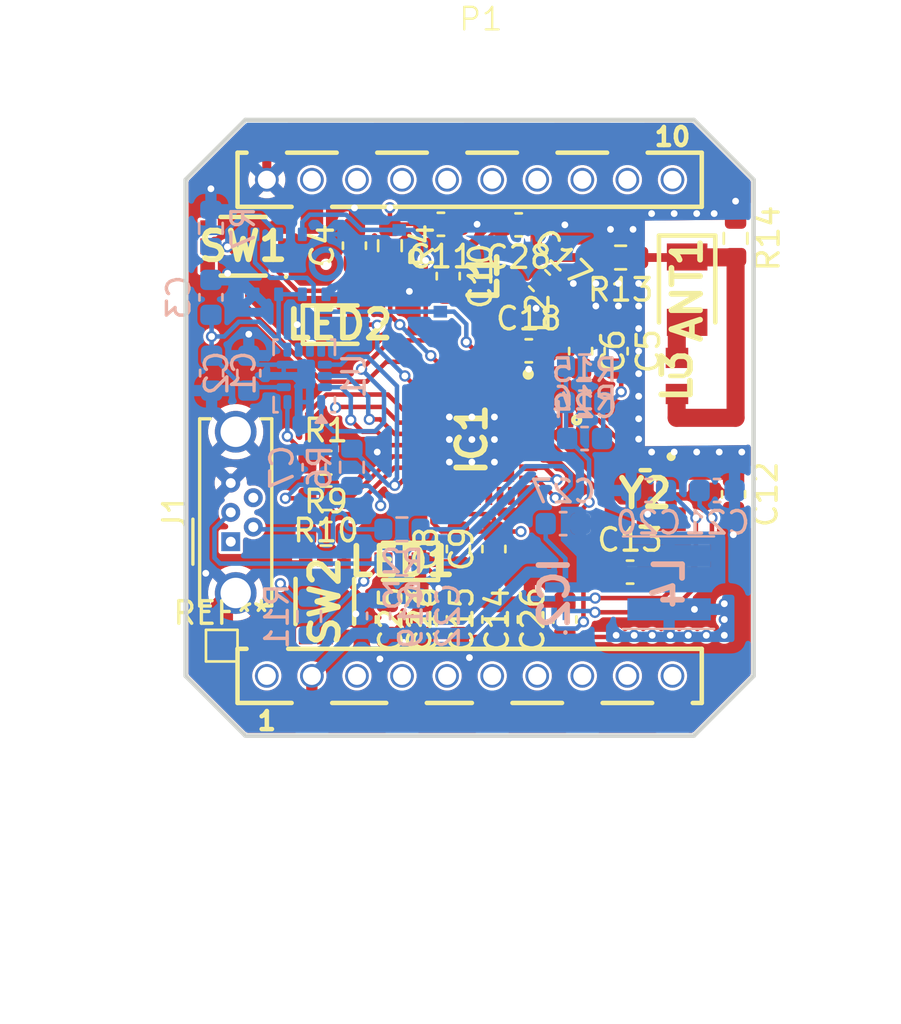
<source format=kicad_pcb>
(kicad_pcb (version 20241229) (generator "pcbnew") (generator_version "9.0")
  (layers (0 "F.Cu" signal) (4 "In1.Cu" power) (6 "In2.Cu" power) (2 "B.Cu" signal) (13 "F.Paste" user) (15 "B.Paste" user) (5 "F.SilkS" user "F.Silkscreen") (7 "B.SilkS" user "B.Silkscreen") (1 "F.Mask" user) (3 "B.Mask" user) (25 "Edge.Cuts" user))
  (net 0 "")
  (net 1 "Net-(ANT1-NC)")
  (net 2 "Net-(ANT1-FEED)")
  (net 3 "/BOOT")
  (net 4 "+3V3")
  (net 5 "/RESET")
  (net 6 "/xtal_1")
  (net 7 "/xtal_2")
  (net 8 "Net-(C17-Pad1)")
  (net 9 "/antenna")
  (net 10 "+BATT")
  (net 11 "Net-(IC2-FB)")
  (net 12 "Net-(IC2-SW)")
  (net 13 "Net-(IC2-BST)")
  (net 14 "/USB_D-")
  (net 15 "/LED_G")
  (net 16 "/USB_D+")
  (net 17 "/SDA")
  (net 18 "/CS")
  (net 19 "/SCK")
  (net 20 "/int1")
  (net 21 "Net-(IC1-XTAL_P)")
  (net 24 "/SCL")
  (net 25 "Net-(IC1-GPIO8)")
  (net 26 "/DO")
  (net 29 "/WS")
  (net 30 "/SD")
  (net 41 "Net-(LED1-A)")
  (net 45 "GND")
  (net 71 "Net-(IC1-VDD3P3_1)")
  (net 72 "Net-(J1-Pad2)")
  (net 73 "Net-(J1-Pad3)")
  (net 74 "Net-(IC2-SS)")
  (net 75 "Net-(IC2-VCC)")
  (footprint "744786012A:INDC1608X95N" (layer "F.Cu") (at 141.2 69.2 -90)
    (property "Reference" "L3")
    (property "Value" "1n2" (hide yes))
  )
  (footprint "Resistor_SMD:R_0603_1608Metric" (layer "F.Cu") (at 128.4625 63.425 -90)
    (property "Reference" "R4")
    (property "Value" "10k")
  )
  (footprint "435151014824:435151014824" (layer "F.Cu") (at 125.575 79.2 -90)
    (property "Reference" "SW2")
    (property "Value" "SW_Push" (hide yes))
  )
  (footprint "Connector_USB:USB_Micro-B_Wuerth_614105150721_Vertical_CircularHoles" (layer "F.Cu") (at 121.4 76.55 90)
    (property "Reference" "J1")
    (property "Value" "USB_Micro-B_Wuerth_614105150721_Vertical_CircularHoles")
  )
  (footprint "MHQ1005P24NGTD25:MHQ1005" (layer "F.Cu") (at 136 71.15 180)
    (property "Reference" "R5" (hide yes))
    (property "Value" "24nH" (hide yes))
  )
  (footprint "Resistor_SMD:R_0603_1608Metric" (layer "F.Cu") (at 125.625 73.05)
    (property "Reference" "R1")
    (property "Value" "10k")
  )
  (footprint "435151014824:435151014824" (layer "F.Cu") (at 121.95 63.45 180)
    (property "Reference" "SW1")
    (property "Value" "SW_Push" (hide yes))
  )
  (footprint "Resistor_SMD:R_0603_1608Metric" (layer "F.Cu") (at 143.8 63.1 -90)
    (property "Reference" "R14")
    (property "Value" "0R")
  )
  (footprint "Capacitor_SMD:C_0603_1608Metric" (layer "F.Cu") (at 133.075 80 90)
    (property "Reference" "C15")
    (property "Value" "22u")
  )
  (footprint "744786012A:INDC1608X95N" (layer "F.Cu") (at 132.625 64.8 -90)
    (property "Reference" "L1")
    (property "Value" "2n" (hide yes))
  )
  (footprint "Resistor_SMD:R_0603_1608Metric" (layer "F.Cu") (at 138.7 63.95 180)
    (property "Reference" "R13")
    (property "Value" "0R")
  )
  (footprint "Capacitor_SMD:C_0603_1608Metric" (layer "F.Cu") (at 136.925 68.1 -90)
    (property "Reference" "C6")
    (property "Value" "1u")
  )
  (footprint "Capacitor_SMD:C_0603_1608Metric" (layer "F.Cu") (at 143.71 74.45 -90)
    (property "Reference" "C12")
    (property "Value" "TBD")
  )
  (footprint "Capacitor_SMD:C_0603_1608Metric" (layer "F.Cu") (at 126.8875 63.425 90)
    (property "Reference" "C4")
    (property "Value" "100n")
  )
  (footprint "Capacitor_SMD:C_0603_1608Metric" (layer "F.Cu") (at 139.12 77.9)
    (property "Reference" "C13")
    (property "Value" "TBD")
  )
  (footprint "Capacitor_SMD:C_0603_1608Metric" (layer "F.Cu") (at 129.925 80 90)
    (property "Reference" "C25")
    (property "Value" "4x 22u")
  )
  (footprint "TestPoint:TestPoint_Pad_1.0x1.0mm" (layer "F.Cu") (at 121 81.16)
    (property "Reference" "REF**")
    (property "Value" "TestPoint_Pad_1.0x1.0mm")
  )
  (footprint "Capacitor_SMD:C_0603_1608Metric" (layer "F.Cu") (at 136.225 80 90)
    (property "Reference" "C26")
    (property "Value" "100n")
  )
  (footprint "ABM8-40.000MHZ-B2-T:ABM810000MHZ12D2W" (layer "F.Cu") (at 139.79 74.6285 180)
    (property "Reference" "Y2")
    (property "Value" "ABM8-40.000MHZ-B2-T" (hide yes))
  )
  (footprint "led_green_0603:LEDC1608X115N" (layer "F.Cu") (at 126.225 66.925)
    (property "Reference" "LED2")
    (property "Value" "150060GS83000" (hide yes))
  )
  (footprint "2450AT18E0100E:ANTC3216X130N" (layer "F.Cu") (at 141.65 65.375 -90)
    (property "Reference" "ANT1")
    (property "Value" "2450AT18E0100E" (hide yes))
  )
  (footprint "Capacitor_SMD:C_0603_1608Metric" (layer "F.Cu") (at 134.65 80 90)
    (property "Reference" "C14")
    (property "Value" "22u")
  )
  (footprint "Capacitor_SMD:C_0603_1608Metric" (layer "F.Cu") (at 131.05 64.775 -90)
    (property "Reference" "C10")
    (property "Value" "1u")
  )
  (footprint "APT1608LSECK_J3-PRB:APT1608CGCK" (layer "F.Cu") (at 129 77.425 180)
    (property "Reference" "LED1")
    (property "Value" "APT1608LSECK_J3-PRV" (hide yes))
  )
  (footprint "Resistor_SMD:R_0603_1608Metric" (layer "F.Cu") (at 125.625 74.625 180)
    (property "Reference" "R10")
    (property "Value" "10k")
  )
  (footprint "Capacitor_SMD:C_0603_1608Metric" (layer "F.Cu") (at 131.5 80 90)
    (property "Reference" "C16")
    (property "Value" "22u")
  )
  (footprint "Capacitor_SMD:C_0603_1608Metric" (layer "F.Cu") (at 128.35 80 -90)
    (property "Reference" "C23")
    (property "Value" "100n")
  )
  (footprint "Capacitor_SMD:C_0603_1608Metric" (layer "F.Cu") (at 138.5 68.1 -90)
    (property "Reference" "C5")
    (property "Value" "10n")
  )
  (footprint "Capacitor_SMD:C_0603_1608Metric" (layer "F.Cu") (at 135.1 64.97 -45)
    (property "Reference" "C17")
    (property "Value" "TBD")
  )
  (footprint "drone_connector:drone_connector" (layer "F.Cu") (at 132.5 71.7)
    (property "Reference" "P1")
    (property "Value" "CF_EXP")
  )
  (footprint "Capacitor_SMD:C_0603_1608Metric" (layer "F.Cu") (at 133.075 76.875 90)
    (property "Reference" "C9")
    (property "Value" "100n")
  )
  (footprint "Capacitor_SMD:C_0603_1608Metric" (layer "F.Cu") (at 134.175 62.5 180)
    (property "Reference" "C28")
    (property "Value" "10u")
  )
  (footprint "Capacitor_SMD:C_0603_1608Metric" (layer "F.Cu") (at 130.725 62.475 180)
    (property "Reference" "C11")
    (property "Value" "100n")
  )
  (footprint "Inductor_SMD:L_0402_1005Metric" (layer "F.Cu") (at 133.85 66.41 -90)
    (property "Reference" "L2")
    (property "Value" "TBD")
  )
  (footprint "ESP32-C3FH4:QFN50P500X500X90-33N-D" (layer "F.Cu") (at 132.1 72.02 -90)
    (property "Reference" "IC1")
    (property "Value" "ESP32-C3FH4" (hide yes))
  )
  (footprint "Capacitor_SMD:C_0603_1608Metric" (layer "F.Cu") (at 131.5 76.875 90)
    (property "Reference" "C8")
    (property "Value" "100n")
  )
  (footprint "Resistor_SMD:R_0603_1608Metric" (layer "F.Cu") (at 125.625 76.2)
    (property "Reference" "R9")
    (property "Value" "10k")
  )
  (footprint "Capacitor_SMD:C_0603_1608Metric" (layer "F.Cu") (at 134.625 68.085)
    (property "Reference" "C18")
    (property "Value" "TBD")
  )
  (footprint "Capacitor_SMD:C_0603_1608Metric" (layer "B.Cu") (at 122.2 69.075 -90)
    (property "Reference" "C2")
    (property "Value" "100n")
  )
  (footprint "Resistor_SMD:R_0603_1608Metric" (layer "B.Cu") (at 128.995 76)
    (property "Reference" "R2")
    (property "Value" "22")
  )
  (footprint "Package_LGA:LGA-14_3x2.5mm_P0.5mm_LayoutBorder3x4y" (layer "B.Cu") (at 124.6625 69.2 90)
    (property "Reference" "U1")
    (property "Value" "LSM6DS3")
  )
  (footprint "Resistor_SMD:R_0603_1608Metric" (layer "B.Cu") (at 128.99 77.52)
    (property "Reference" "R3")
    (property "Value" "22")
  )
  (footprint "Capacitor_SMD:C_0603_1608Metric" (layer "B.Cu") (at 142.98 74.28)
    (property "Reference" "C21")
    (property "Value" "1u")
  )
  (footprint "Capacitor_SMD:C_0603_1608Metric" (layer "B.Cu") (at 137.1 71.975 180)
    (property "Reference" "C24")
    (property "Value" "33p")
  )
  (footprint "74438357015:74438357015" (layer "B.Cu") (at 140.85 78.365 -90)
    (property "Reference" "L4")
    (property "Value" "1.5u" (hide yes))
  )
  (footprint "Resistor_SMD:R_0603_1608Metric" (layer "B.Cu") (at 124.88 79.86 -90)
    (property "Reference" "R11")
    (property "Value" "10k")
  )
  (footprint "Resistor_SMD:R_0603_1608Metric" (layer "B.Cu") (at 137.1 70.375 180)
    (property "Reference" "R15")
    (property "Value" "90k9")
  )
  (footprint "clipboard:f19f9192-0345-4a79-ac36-6bc03c6dc6c3" (layer "B.Cu") (at 128.875 62.725 -90)
    (property "Reference" "")
    (property "Value" "")
  )
  (footprint "Capacitor_SMD:C_0603_1608Metric" (layer "B.Cu") (at 120.52 65.715 -90)
    (property "Reference" "C3")
    (property "Value" "100n")
  )
  (footprint "Capacitor_SMD:C_0603_1608Metric" (layer "B.Cu") (at 129.61 79.84 90)
    (property "Reference" "C22")
    (property "Value" "100n")
  )
  (footprint "Resistor_SMD:R_0603_1608Metric" (layer "B.Cu") (at 120.52 62.655 90)
    (property "Reference" "R7")
    (property "Value" "100k")
  )
  (footprint "Capacitor_SMD:C_0603_1608Metric" (layer "B.Cu") (at 136.15 75.75 180)
    (property "Reference" "C27")
    (property "Value" "100n")
  )
  (footprint "INMP441:INMP441" (layer "B.Cu") (at 124.025 64.25 90)
    (property "Reference" "U2" (hide yes))
    (property "Value" "INMP441" (hide yes))
  )
  (footprint "Resistor_SMD:R_0603_1608Metric" (layer "B.Cu") (at 137.1 68.775)
    (property "Reference" "R16")
    (property "Value" "20k")
  )
  (footprint "Capacitor_SMD:C_0603_1608Metric" (layer "B.Cu") (at 139.94 74.28)
    (property "Reference" "C20")
    (property "Value" "10n")
  )
  (footprint "Capacitor_SMD:C_0603_1608Metric" (layer "B.Cu") (at 125.1 73.25 -90)
    (property "Reference" "C7")
    (property "Value" "100n")
  )
  (footprint "silvio:batman" (layer "B.Cu") (at 134.6 63.95 180)
    (property "Reference" "G***" (hide yes))
    (property "Value" "LOGO" (hide yes))
  )
  (footprint "Capacitor_SMD:C_0603_1608Metric" (layer "B.Cu") (at 120.55 69.075 90)
    (property "Reference" "C1")
    (property "Value" "100n")
  )
  (footprint "Resistor_SMD:R_0603_1608Metric" (layer "B.Cu") (at 126.775 73.25 -90)
    (property "Reference" "R6")
    (property "Value" "10k")
  )
  (footprint "clipboard:f19f9192-0345-4a79-ac36-6bc03c6dc6c3" (layer "B.Cu") (at 130.7 66.35 -90)
    (property "Reference" "")
    (property "Value" "")
  )
  (footprint "TPSnew:TPS566238RQFR" (layer "B.Cu") (at 135.75 78.825 90)
    (property "Reference" "IC2")
    (property "Value" "TPS566238RQFR" (hide yes))
  )
  (footprint "Capacitor_SMD:C_0603_1608Metric" (layer "B.Cu") (at 127.96 79.84 90)
    (property "Reference" "C19")
    (property "Value" "47u")
  )
  (gr_line (start 119.4 60.5) (end 119.4 82.5) (stroke (width 0.2)) (layer "Edge.Cuts"))
  (gr_line (start 119.4 82.5) (end 122.05 85.15) (stroke (width 0.2)) (layer "Edge.Cuts"))
  (gr_line (start 141.95 57.85) (end 122.05 57.85) (stroke (width 0.2)) (layer "Edge.Cuts"))
  (gr_line (start 141.95 57.85) (end 144.6 60.5) (stroke (width 0.2)) (layer "Edge.Cuts"))
  (gr_line (start 141.95 85.15) (end 122.05 85.15) (stroke (width 0.2)) (layer "Edge.Cuts"))
  (gr_line (start 141.95 85.15) (end 144.6 82.5) (stroke (width 0.2)) (layer "Edge.Cuts"))
  (gr_line (start 144.6 60.5) (end 144.6 82.5) (stroke (width 0.2)) (layer "Edge.Cuts"))
  (gr_line (start 119.4 60.5) (end 122.05 57.85) (stroke (width 0.2)) (layer "Edge.Cuts"))
  (segment (start 141.19 68.41) (end 141.19 67.31) (width 0.8) (layer "F.Cu") (net 1))
  (segment (start 141.19 67.31) (end 141.65 66.85) (width 0.8) (layer "F.Cu") (net 1))
  (segment (start 139.525 63.95) (end 141.65 63.95) (width 0.388) (layer "F.Cu") (net 2))
  (segment (start 141.185 70.015) (end 141.19 70.01) (width 0.8) (layer "F.Cu") (net 2))
  (segment (start 141.65 63.9425) (end 143.8 63.9425) (width 0.8) (layer "F.Cu") (net 2))
  (segment (start 141.185 71.0575) (end 141.185 70.015) (width 0.8) (layer "F.Cu") (net 2))
  (segment (start 143.8 63.9425) (end 143.8 71.0575) (width 0.8) (layer "F.Cu") (net 2))
  (segment (start 143.8 71.0575) (end 141.185 71.0575) (width 0.8) (layer "F.Cu") (net 2))
  (segment (start 129.6 73.27) (end 128.655 73.27) (width 0.2) (layer "F.Cu") (net 3))
  (segment (start 128.35 79.225) (end 127.45 79.225) (width 0.2) (layer "F.Cu") (net 3))
  (segment (start 127.275 75.375) (end 126.45 76.2) (width 0.2) (layer "F.Cu") (net 3))
  (segment (start 126.425 78.2) (end 126.425 77.625) (width 0.2) (layer "F.Cu") (net 3))
  (segment (start 127.275 74.65) (end 127.275 75.375) (width 0.2) (layer "F.Cu") (net 3))
  (segment (start 126.425 77.625) (end 126.425 76.225) (width 0.2) (layer "F.Cu") (net 3))
  (segment (start 127.45 79.225) (end 126.425 78.2) (width 0.2) (layer "F.Cu") (net 3))
  (segment (start 128.655 73.27) (end 127.275 74.65) (width 0.2) (layer "F.Cu") (net 3))
  (segment (start 126.425 76.225) (end 126.45 76.2) (width 0.2) (layer "F.Cu") (net 3))
  (segment (start 138.725 69.9) (end 138.725 69.1) (width 0.2) (layer "F.Cu") (net 4))
  (segment (start 133.075 76.1) (end 134.275 76.1) (width 0.2) (layer "F.Cu") (net 4))
  (segment (start 131.5 76.1) (end 133.075 76.1) (width 0.2) (layer "F.Cu") (net 4))
  (segment (start 132.85 61.55) (end 130.875 61.55) (width 0.17) (layer "F.Cu") (net 4))
  (segment (start 128.4625 62.6) (end 128.4625 61.7425) (width 0.2) (layer "F.Cu") (net 4))
  (segment (start 135.6 68.875) (end 136.925 68.875) (width 0.2) (layer "F.Cu") (net 4))
  (segment (start 128.15 70.575) (end 128.845 71.27) (width 0.2) (layer "F.Cu") (net 4))
  (segment (start 131.003 75.325) (end 132.875 75.325) (width 0.2) (layer "F.Cu") (net 4))
  (segment (start 126.075 70.575) (end 128.15 70.575) (width 0.2) (layer "F.Cu") (net 4))
  (segment (start 132.625 63.275) (end 133.4 62.5) (width 0.17) (layer "F.Cu") (net 4))
  (segment (start 130.75 76.1) (end 131.5 76.1) (width 0.2) (layer "F.Cu") (net 4))
  (segment (start 130.75 76.1) (end 130.35 75.7) (width 0.2) (layer "F.Cu") (net 4))
  (segment (start 134.6 70.27) (end 134.6 69.875) (width 0.2) (layer "F.Cu") (net 4))
  (segment (start 134.65 80.775) (end 133.075 80.775) (width 0.2) (layer "F.Cu") (net 4))
  (segment (start 138.425 80.775) (end 138.5 80.7) (width 0.2) (layer "F.Cu") (net 4))
  (segment (start 131.003 75.325) (end 130.85 75.172) (width 0.2) (layer "F.Cu") (net 4))
  (segment (start 132.875 75.325) (end 133.075 75.525) (width 0.2) (layer "F.Cu") (net 4))
  (segment (start 133.4 62.1) (end 132.85 61.55) (width 0.17) (layer "F.Cu") (net 4))
  (segment (start 132.625 64) (end 132.625 63.275) (width 0.17) (layer "F.Cu") (net 4))
  (segment (start 131.5 80.775) (end 129.925 80.775) (width 0.2) (layer "F.Cu") (net 4))
  (segment (start 134.6 70.77) (end 134.6 70.27) (width 0.2) (layer "F.Cu") (net 4))
  (segment (start 133.4 62.5) (end 133.4 62.1) (width 0.17) (layer "F.Cu") (net 4))
  (segment (start 130.35 75.7) (end 130.35 74.52) (width 0.2) (layer "F.Cu") (net 4))
  (segment (start 129.95 62.475) (end 128.5875 62.475) (width 0.17) (layer "F.Cu") (net 4))
  (segment (start 128.4625 61.7425) (end 128.46 61.74) (width 0.2) (layer "F.Cu") (net 4))
  (segment (start 128.5875 62.475) (end 128.4625 62.6) (width 0.17) (layer "F.Cu") (net 4))
  (segment (start 138.725 69.1) (end 138.5 68.875) (width 0.2) (layer "F.Cu") (net 4))
  (segment (start 136.925 68.875) (end 138.5 68.875) (width 0.2) (layer "F.Cu") (net 4))
  (segment (start 134.6 69.875) (end 135.6 68.875) (width 0.2) (layer "F.Cu") (net 4))
  (segment (start 136.225 80.775) (end 138.425 80.775) (width 0.2) (layer "F.Cu") (net 4))
  (segment (start 136.225 80.775) (end 134.65 80.775) (width 0.2) (layer "F.Cu") (net 4))
  (segment (start 130.85 75.172) (end 130.85 74.52) (width 0.2) (layer "F.Cu") (net 4))
  (segment (start 130.875 61.55) (end 129.95 62.475) (width 0.17) (layer "F.Cu") (net 4))
  (segment (start 133.075 80.775) (end 131.5 80.775) (width 0.2) (layer "F.Cu") (net 4))
  (segment (start 126.05 70.6) (end 126.075 70.575) (width 0.2) (layer "F.Cu") (net 4))
  (segment (start 124.8 74.625) (end 123.825 74.625) (width 0.2) (layer "F.Cu") (net 4))
  (segment (start 128.845 71.27) (end 129.6 71.27) (width 0.2) (layer "F.Cu") (net 4))
  (segment (start 133.075 75.525) (end 133.075 76.1) (width 0.2) (layer "F.Cu") (net 4))
  (segment (start 124.8 76.2) (end 124.8 74.625) (width 0.2) (layer "F.Cu") (net 4))
  (via (at 128.46 61.74) (size 0.5) (drill 0.3) (layers "F.Cu" "B.Cu") (net 4))
  (via (at 126.05 70.6) (size 0.5) (drill 0.3) (layers "F.Cu" "B.Cu") (net 4))
  (via (at 141.7 80.7) (size 0.5) (drill 0.3) (layers "F.Cu" "B.Cu") (net 4))
  (via (at 123.6 78.41) (size 0.5) (drill 0.3) (layers "F.Cu" "B.Cu") (net 4))
  (via (at 134.275 76.1) (size 0.5) (drill 0.3) (layers "F.Cu" "B.Cu") (net 4))
  (via (at 142.5 80.7) (size 0.5) (drill 0.3) (layers "F.Cu" "B.Cu") (net 4))
  (via (at 139.3 80.7) (size 0.5) (drill 0.3) (layers "F.Cu" "B.Cu") (net 4))
  (via (at 138.725 69.9) (size 0.5) (drill 0.3) (layers "F.Cu" "B.Cu") (net 4))
  (via (at 143.3 80) (size 0.5) (drill 0.3) (layers "F.Cu" "B.Cu") (net 4))
  (via (at 123.825 74.625) (size 0.5) (drill 0.3) (layers "F.Cu" "B.Cu") (net 4))
  (via (at 141.975 79.55) (size 0.5) (drill 0.3) (layers "F.Cu" "B.Cu") (net 4))
  (via (at 143.3 80.7) (size 0.5) (drill 0.3) (layers "F.Cu" "B.Cu") (net 4))
  (via (at 138.5 80.7) (size 0.5) (drill 0.3) (layers "F.Cu" "B.Cu") (net 4))
  (via (at 128.05 74.95) (size 0.5) (drill 0.3) (layers "F.Cu" "B.Cu") (net 4))
  (via (at 120.55 67.45) (size 0.5) (drill 0.3) (layers "F.Cu" "B.Cu") (net 4))
  (via (at 140.9 80.7) (size 0.5) (drill 0.3) (layers "F.Cu" "B.Cu") (net 4))
  (via (at 140.1 80.7) (size 0.5) (drill 0.3) (layers "F.Cu" "B.Cu") (net 4))
  (via (at 143.3 79.3) (size 0.5) (drill 0.3) (layers "F.Cu" "B.Cu") (net 4))
  (segment (start 127.525 74.075) (end 126.775 74.075) (width 0.2) (layer "B.Cu") (net 4))
  (segment (start 138.25 70.375) (end 138.725 69.9) (width 0.2) (layer "B.Cu") (net 4))
  (segment (start 123.75 69.7) (end 122.35 69.7) (width 0.2) (layer "B.Cu") (net 4))
  (segment (start 123.525 67.65) (end 123.9125 68.0375) (width 0.2) (layer "B.Cu") (net 4))
  (segment (start 124.425 74.025) (end 123.825 74.625) (width 0.2) (layer "B.Cu") (net 4))
  (segment (start 126.775 74.075) (end 125.15 74.075) (width 0.2) (layer "B.Cu") (net 4))
  (segment (start 120.55 67.45) (end 121.11 67.45) (width 0.2) (layer "B.Cu") (net 4))
  (segment (start 137.925 71.925) (end 137.875 71.975) (width 0.2) (layer "B.Cu") (net 4))
  (segment (start 123.525 65.58) (end 123.525 67.65) (width 0.2) (layer "B.Cu") (net 4))
  (segment (start 120.55 67.45) (end 120.55 66.52) (width 0.2) (layer "B.Cu") (net 4))
  (segment (start 128.05 74.6) (end 128.05 74.95) (width 0.2) (layer "B.Cu") (net 4))
  (segment (start 121.11 67.45) (end 121.76 66.8) (width 0.2) (layer "B.Cu") (net 4))
  (segment (start 125.15 74.075) (end 125.1 74.025) (width 0.2) (layer "B.Cu") (net 4))
  (segment (start 122.675 66.8) (end 123.9125 68.0375) (width 0.2) (layer "B.Cu") (net 4))
  (segment (start 137.925 70.375) (end 137.925 71.925) (width 0.2) (layer "B.Cu") (net 4))
  (segment (start 124.225 79.035) (end 123.6 78.41) (width 0.2) (layer "B.Cu") (net 4))
  (segment (start 124.88 79.035) (end 124.225 79.035) (width 0.2) (layer "B.Cu") (net 4))
  (segment (start 127.525 74.075) (end 128.05 74.6) (width 0.2) (layer "B.Cu") (net 4))
  (segment (start 122.1 69.85) (end 120.55 68.3) (width 0.2) (layer "B.Cu") (net 4))
  (segment (start 121.76 66.8) (end 122.675 66.8) (width 0.2) (layer "B.Cu") (net 4))
  (segment (start 125.1 74.025) (end 124.425 74.025) (width 0.2) (layer "B.Cu") (net 4))
  (segment (start 120.55 66.52) (end 120.52 66.49) (width 0.2) (layer "B.Cu") (net 4))
  (segment (start 124.575 65.58) (end 123.525 65.58) (width 0.2) (layer "B.Cu") (net 4))
  (segment (start 122.2 69.85) (end 122.1 69.85) (width 0.2) (layer "B.Cu") (net 4))
  (segment (start 137.925 70.375) (end 138.25 70.375) (width 0.2) (layer "B.Cu") (net 4))
  (segment (start 120.55 68.3) (end 120.55 67.45) (width 0.2) (layer "B.Cu") (net 4))
  (segment (start 128.475 64.2625) (end 128.4625 64.25) (width 0.2) (layer "F.Cu") (net 5))
  (segment (start 126.8875 64.3875) (end 125.85 65.425) (width 0.2) (layer "F.Cu") (net 5))
  (segment (start 130.525 68.55) (end 130.532 68.55) (width 0.2) (layer "F.Cu") (net 5))
  (segment (start 123.525 64.6) (end 123.525 64.3) (width 0.2) (layer "F.Cu") (net 5))
  (segment (start 130.275 68.3) (end 130.525 68.55) (width 0.2) (layer "F.Cu") (net 5))
  (segment (start 130.532 68.55) (end 130.85 68.868) (width 0.2) (layer "F.Cu") (net 5))
  (segment (start 128.4125 64.2) (end 128.4625 64.25) (width 0.2) (layer "F.Cu") (net 5))
  (segment (start 126.8875 64.2) (end 126.8875 64.3875) (width 0.2) (layer "F.Cu") (net 5))
  (segment (start 124.35 65.425) (end 123.525 64.6) (width 0.2) (layer "F.Cu") (net 5))
  (segment (start 125.85 65.425) (end 124.35 65.425) (width 0.2) (layer "F.Cu") (net 5))
  (segment (start 128.9 66.925) (end 128.475 66.5) (width 0.2) (layer "F.Cu") (net 5))
  (segment (start 128.475 66.5) (end 128.475 64.2625) (width 0.2) (layer "F.Cu") (net 5))
  (segment (start 126.8875 64.2) (end 128.4125 64.2) (width 0.2) (layer "F.Cu") (net 5))
  (segment (start 130.85 68.868) (end 130.85 69.52) (width 0.2) (layer "F.Cu") (net 5))
  (via (at 128.9 66.925) (size 0.5) (drill 0.3) (layers "F.Cu" "B.Cu") (net 5))
  (via (at 130.275 68.3) (size 0.5) (drill 0.3) (layers "F.Cu" "B.Cu") (net 5))
  (segment (start 128.9 66.925) (end 130.275 68.3) (width 0.2) (layer "B.Cu") (net 5))
  (segment (start 143.6815 73.7035) (end 143.71 73.675) (width 0.2) (layer "F.Cu") (net 6))
  (segment (start 140.94 73.7035) (end 143.6815 73.7035) (width 0.2) (layer "F.Cu") (net 6))
  (segment (start 137.7135 71.15) (end 140.267 73.7035) (width 0.2) (layer "F.Cu") (net 6))
  (segment (start 136.425 71.15) (end 137.7135 71.15) (width 0.2) (layer "F.Cu") (net 6))
  (segment (start 140.267 73.7035) (end 140.94 73.7035) (width 0.2) (layer "F.Cu") (net 6))
  (segment (start 138.345 77.9) (end 138.345 75.8485) (width 0.2) (layer "F.Cu") (net 7))
  (segment (start 138.64 75.21) (end 138.64 75.5535) (width 0.2) (layer "F.Cu") (net 7))
  (segment (start 138.345 75.8485) (end 138.64 75.5535) (width 0.2) (layer "F.Cu") (net 7))
  (segment (start 134.6 71.77) (end 135.2 71.77) (width 0.2) (layer "F.Cu") (net 7))
  (segment (start 135.2 71.77) (end 138.64 75.21) (width 0.2) (layer "F.Cu") (net 7))
  (segment (start 135.825 63.95) (end 137.875 63.95) (width 0.388) (layer "F.Cu") (net 8))
  (arc (start 133.85 65.925) (mid 134.428464 64.528464) (end 135.825 63.95) (width 0.388) (layer "F.Cu") (net 8))
  (segment (start 133.85 69.5) (end 133.85 68.085) (width 0.388) (layer "F.Cu") (net 9))
  (segment (start 133.85 68.085) (end 133.85 66.895) (width 0.388) (layer "F.Cu") (net 9))
  (segment (start 125 82.5) (end 125 84.1) (width 0.5) (layer "F.Cu") (net 10))
  (segment (start 127.96 80.615) (end 129.61 80.615) (width 0.5) (layer "B.Cu") (net 10))
  (segment (start 131.885 80.615) (end 134.6 77.9) (width 0.5) (layer "B.Cu") (net 10))
  (segment (start 125 82.5) (end 126.885 80.615) (width 0.5) (layer "B.Cu") (net 10))
  (segment (start 129.61 80.615) (end 131.885 80.615) (width 0.5) (layer "B.Cu") (net 10))
  (segment (start 134.6 77.9) (end 135.25 77.9) (width 0.5) (layer "B.Cu") (net 10))
  (segment (start 135.75 77.9) (end 135.25 77.9) (width 0.3) (layer "B.Cu") (net 10))
  (segment (start 126.885 80.615) (end 127.96 80.615) (width 0.5) (layer "B.Cu") (net 10))
  (segment (start 137.05 80.1) (end 137.05 75.05) (width 0.2) (layer "F.Cu") (net 11))
  (segment (start 137.05 75.05) (end 137.3 74.8) (width 0.2) (layer "F.Cu") (net 11))
  (via (at 137.05 80.1) (size 0.5) (drill 0.3) (layers "F.Cu" "B.Cu") (net 11))
  (via (at 137.3 74.8) (size 0.5) (drill 0.3) (layers "F.Cu" "B.Cu") (net 11))
  (segment (start 135.75 80.252) (end 135.75 79.75) (width 0.2) (layer "B.Cu") (net 11))
  (segment (start 136.35 71.975) (end 136.325 71.975) (width 0.2) (layer "B.Cu") (net 11))
  (segment (start 137.3 72.925) (end 136.35 71.975) (width 0.2) (layer "B.Cu") (net 11))
  (segment (start 137.3 74.8) (end 137.3 72.925) (width 0.2) (layer "B.Cu") (net 11))
  (segment (start 135.898 80.4) (end 135.75 80.252) (width 0.2) (layer "B.Cu") (net 11))
  (segment (start 136.275 70.375) (end 136.275 71.925) (width 0.2) (layer "B.Cu") (net 11))
  (segment (start 136.275 71.925) (end 136.325 71.975) (width 0.2) (layer "B.Cu") (net 11))
  (segment (start 136.275 68.775) (end 136.275 70.375) (width 0.2) (layer "B.Cu") (net 11))
  (segment (start 136.75 80.4) (end 135.898 80.4) (width 0.2) (layer "B.Cu") (net 11))
  (segment (start 137.05 80.1) (end 136.75 80.4) (width 0.2) (layer "B.Cu") (net 11))
  (segment (start 135.375 76.425) (end 136.25 77.3) (width 0.2) (layer "B.Cu") (net 13))
  (segment (start 136.25 77.3) (end 136.25 77.9) (width 0.2) (layer "B.Cu") (net 13))
  (segment (start 135.375 75.75) (end 135.375 76.425) (width 0.2) (layer "B.Cu") (net 13))
  (segment (start 134.97 73.77) (end 135.8 74.6) (width 0.2) (layer "F.Cu") (net 14))
  (segment (start 134.6 73.77) (end 134.97 73.77) (width 0.2) (layer "F.Cu") (net 14))
  (via (at 135.8 74.6) (size 0.5) (drill 0.3) (layers "F.Cu" "B.Cu") (net 14))
  (segment (start 136.480603 74.05291) (end 135.933513 74.6) (width 0.2) (layer "B.Cu") (net 14))
  (segment (start 129.82 76) (end 131.6829 76) (width 0.2) (layer "B.Cu") (net 14))
  (segment (start 135.933513 74.6) (end 135.8 74.6) (width 0.2) (layer "B.Cu") (net 14))
  (segment (start 136.128546 73.202967) (end 136.480603 73.555024) (width 0.2) (layer "B.Cu") (net 14))
  (segment (start 136.480603 73.555024) (end 136.480603 74.05291) (width 0.2) (layer "B.Cu") (net 14))
  (segment (start 131.6829 76) (end 134.479933 73.202967) (width 0.2) (layer "B.Cu") (net 14))
  (segment (start 134.479933 73.202967) (end 136.128546 73.202967) (width 0.2) (layer "B.Cu") (net 14))
  (segment (start 129.6 69.675) (end 129.125 69.2) (width 0.2) (layer "F.Cu") (net 15))
  (segment (start 127.875 66.925) (end 127.025 66.925) (width 0.2) (layer "F.Cu") (net 15))
  (segment (start 129.6 70.27) (end 129.6 69.675) (width 0.2) (layer "F.Cu") (net 15))
  (segment (start 127.9 66.95) (end 127.875 66.925) (width 0.2) (layer "F.Cu") (net 15))
  (via (at 129.125 69.2) (size 0.5) (drill 0.3) (layers "F.Cu" "B.Cu") (net 15))
  (via (at 127.9 66.95) (size 0.5) (drill 0.3) (layers "F.Cu" "B.Cu") (net 15))
  (segment (start 127.9 66.95) (end 127.9 67.975) (width 0.2) (layer "B.Cu") (net 15))
  (segment (start 127.9 67.975) (end 129.125 69.2) (width 0.2) (layer "B.Cu") (net 15))
  (segment (start 135.345636 73.27) (end 134.6 73.27) (width 0.2) (layer "F.Cu") (net 16))
  (segment (start 135.879603 73.803967) (end 135.345636 73.27) (width 0.2) (layer "F.Cu") (net 16))
  (via (at 135.879603 73.803967) (size 0.5) (drill 0.3) (layers "F.Cu" "B.Cu") (net 16))
  (segment (start 131.355 77.52) (end 135.071033 73.803967) (width 0.2) (layer "B.Cu") (net 16))
  (segment (start 135.071033 73.803967) (end 135.879603 73.803967) (width 0.2) (layer "B.Cu") (net 16))
  (segment (start 129.815 77.52) (end 131.355 77.52) (width 0.2) (layer "B.Cu") (net 16))
  (segment (start 127.901 71.676) (end 127.251 71.676) (width 0.2) (layer "F.Cu") (net 17))
  (segment (start 128.495 72.27) (end 127.901 71.676) (width 0.2) (layer "F.Cu") (net 17))
  (segment (start 129.6 72.27) (end 128.495 72.27) (width 0.2) (layer "F.Cu") (net 17))
  (segment (start 127.251 71.676) (end 126.725 71.15) (width 0.2) (layer "F.Cu") (net 17))
  (via (at 126.725 71.15) (size 0.5) (drill 0.3) (layers "F.Cu" "B.Cu") (net 17))
  (segment (start 126.725 71.15) (end 126.725 70.125) (width 0.2) (layer "B.Cu") (net 17))
  (segment (start 126.3 69.7) (end 125.575 69.7) (width 0.2) (layer "B.Cu") (net 17))
  (segment (start 126.725 70.125) (end 126.3 69.7) (width 0.2) (layer "B.Cu") (net 17))
  (segment (start 129.105 73.77) (end 129.6 73.77) (width 0.2) (layer "F.Cu") (net 18))
  (segment (start 128.825 74.05) (end 129.105 73.77) (width 0.2) (layer "F.Cu") (net 18))
  (segment (start 128.675 74.05) (end 128.825 74.05) (width 0.2) (layer "F.Cu") (net 18))
  (via (at 128.675 74.05) (size 0.5) (drill 0.3) (layers "F.Cu" "B.Cu") (net 18))
  (segment (start 126.275 68.7) (end 125.575 68.7) (width 0.2) (layer "B.Cu") (net 18))
  (segment (start 128.4 74.05) (end 128.675 74.05) (width 0.2) (layer "B.Cu") (net 18))
  (segment (start 126.775 72.425) (end 128.4 74.05) (width 0.2) (layer "B.Cu") (net 18))
  (segment (start 127.475 68.35) (end 126.625 68.35) (width 0.2) (layer "B.Cu") (net 18))
  (segment (start 128.775 73.729959) (end 128.775 69.65) (width 0.2) (layer "B.Cu") (net 18))
  (segment (start 128.675 74.05) (end 128.684959 74.040041) (width 0.2) (layer "B.Cu") (net 18))
  (segment (start 128.684959 73.82) (end 128.775 73.729959) (width 0.2) (layer "B.Cu") (net 18))
  (segment (start 128.684959 74.040041) (end 128.684959 73.82) (width 0.2) (layer "B.Cu") (net 18))
  (segment (start 128.775 69.65) (end 127.475 68.35) (width 0.2) (layer "B.Cu") (net 18))
  (segment (start 126.625 68.35) (end 126.275 68.7) (width 0.2) (layer "B.Cu") (net 18))
  (segment (start 132.4 69.47) (end 132.35 69.52) (width 0.2) (layer "F.Cu") (net 19))
  (segment (start 131.851409 67.698591) (end 132.4 68.247182) (width 0.2) (layer "F.Cu") (net 19))
  (segment (start 132.4 68.247182) (end 132.4 69.47) (width 0.2) (layer "F.Cu") (net 19))
  (via (at 131.851409 67.698591) (size 0.5) (drill 0.3) (layers "F.Cu" "B.Cu") (net 19))
  (segment (start 124.775 64.85) (end 123.15 64.85) (width 0.2) (layer "B.Cu") (net 19))
  (segment (start 125.410874 66.35) (end 125.075 66.014126) (width 0.2) (layer "B.Cu") (net 19))
  (segment (start 131.851409 67.698591) (end 131.851409 66.901409) (width 0.2) (layer "B.Cu") (net 19))
  (segment (start 122.475 64.175) (end 122.475 62.92) (width 0.2) (layer "B.Cu") (net 19))
  (segment (start 125.075 66.014126) (end 125.075 65.15) (width 0.2) (layer "B.Cu") (net 19))
  (segment (start 130.7 66.35) (end 125.410874 66.35) (width 0.2) (layer "B.Cu") (net 19))
  (segment (start 131.851409 66.901409) (end 131.3 66.35) (width 0.2) (layer "B.Cu") (net 19))
  (segment (start 123.15 64.85) (end 122.475 64.175) (width 0.2) (layer "B.Cu") (net 19))
  (segment (start 131.3 66.35) (end 130.7 66.35) (width 0.2) (layer "B.Cu") (net 19))
  (segment (start 125.075 65.15) (end 124.775 64.85) (width 0.2) (layer "B.Cu") (net 19))
  (segment (start 125.65 70.025) (end 128.375 70.025) (width 0.2) (layer "F.Cu") (net 20))
  (segment (start 124.8 72.7625) (end 123.9125 71.875) (width 0.2) (layer "F.Cu") (net 20))
  (segment (start 124.8 73.05) (end 124.8 70.875) (width 0.2) (layer "F.Cu") (net 20))
  (segment (start 129.12 70.77) (end 129.6 70.77) (width 0.2) (layer "F.Cu") (net 20))
  (segment (start 128.375 70.025) (end 129.12 70.77) (width 0.2) (layer "F.Cu") (net 20))
  (segment (start 124.8 70.875) (end 125.65 70.025) (width 0.2) (layer "F.Cu") (net 20))
  (segment (start 124.8 73.05) (end 124.8 72.7625) (width 0.2) (layer "F.Cu") (net 20))
  (via (at 123.9125 71.875) (size 0.5) (drill 0.3) (layers "F.Cu" "B.Cu") (net 20))
  (segment (start 123.9125 71.875) (end 123.9125 70.3625) (width 0.2) (layer "B.Cu") (net 20))
  (segment (start 135.455 71.27) (end 135.575 71.15) (width 0.2) (layer "F.Cu") (net 21))
  (segment (start 134.6 71.27) (end 135.455 71.27) (width 0.2) (layer "F.Cu") (net 21))
  (segment (start 127.55 71.125) (end 128.025 71.125) (width 0.2) (layer "F.Cu") (net 24))
  (segment (start 128.025 71.125) (end 128.67 71.77) (width 0.2) (layer "F.Cu") (net 24))
  (segment (start 128.67 71.77) (end 129.6 71.77) (width 0.2) (layer "F.Cu") (net 24))
  (via (at 127.55 71.125) (size 0.5) (drill 0.3) (layers "F.Cu" "B.Cu") (net 24))
  (segment (start 126.575 69.2) (end 125.575 69.2) (width 0.2) (layer "B.Cu") (net 24))
  (segment (start 127.55 71.125) (end 127.5 71.075) (width 0.2) (layer "B.Cu") (net 24))
  (segment (start 127.5 70.125) (end 126.575 69.2) (width 0.2) (layer "B.Cu") (net 24))
  (segment (start 127.5 71.075) (end 127.5 70.125) (width 0.2) (layer "B.Cu") (net 24))
  (segment (start 126.45 74.625) (end 126.725 74.625) (width 0.2) (layer "F.Cu") (net 25))
  (segment (start 128.58 72.77) (end 129.6 72.77) (width 0.2) (layer "F.Cu") (net 25))
  (segment (start 126.725 74.625) (end 128.58 72.77) (width 0.2) (layer "F.Cu") (net 25))
  (segment (start 127.201409 68.901409) (end 128.477818 67.625) (width 0.2) (layer "F.Cu") (net 26))
  (segment (start 131.35 68.595768) (end 131.35 69.52) (width 0.2) (layer "F.Cu") (net 26))
  (segment (start 130.379232 67.625) (end 131.35 68.595768) (width 0.2) (layer "F.Cu") (net 26))
  (segment (start 128.477818 67.625) (end 130.379232 67.625) (width 0.2) (layer "F.Cu") (net 26))
  (via (at 127.201409 68.901409) (size 0.5) (drill 0.3) (layers "F.Cu" "B.Cu") (net 26))
  (segment (start 128.2 71.254232) (end 127.804232 71.65) (width 0.2) (layer "B.Cu") (net 26))
  (segment (start 125.952 71.65) (end 125.4125 71.1105) (width 0.2) (layer "B.Cu") (net 26))
  (segment (start 127.201409 68.901409) (end 128.2 69.9) (width 0.2) (layer "B.Cu") (net 26))
  (segment (start 125.4125 71.1105) (end 125.4125 70.3625) (width 0.2) (layer "B.Cu") (net 26))
  (segment (start 127.804232 71.65) (end 125.952 71.65) (width 0.2) (layer "B.Cu") (net 26))
  (segment (start 128.2 69.9) (end 128.2 71.254232) (width 0.2) (layer "B.Cu") (net 26))
  (segment (start 130.05 64.075) (end 130.05 66.675) (width 0.2) (layer "F.Cu") (net 29))
  (segment (start 131.85 68.475) (end 131.85 69.52) (width 0.2) (layer "F.Cu") (net 29))
  (segment (start 130.05 66.675) (end 131.85 68.475) (width 0.2) (layer "F.Cu") (net 29))
  (via (at 130.05 64.075) (size 0.5) (drill 0.3) (layers "F.Cu" "B.Cu") (net 29))
  (segment (start 130.05 64.075) (end 130.05 63.275) (width 0.2) (layer "B.Cu") (net 29))
  (segment (start 130.05 63.275) (end 129.499 62.724) (width 0.2) (layer "B.Cu") (net 29))
  (segment (start 129.499 62.724) (end 129.498 62.725) (width 0.2) (layer "B.Cu") (net 29))
  (segment (start 124.575 62.375) (end 124.9 62.05) (width 0.2) (layer "B.Cu") (net 29))
  (segment (start 127.2 62.725) (end 128.875 62.725) (width 0.2) (layer "B.Cu") (net 29))
  (segment (start 126.692834 62.226) (end 126.701 62.226) (width 0.2) (layer "B.Cu") (net 29))
  (segment (start 124.9 62.05) (end 126.516834 62.05) (width 0.2) (layer "B.Cu") (net 29))
  (segment (start 126.516834 62.05) (end 126.692834 62.226) (width 0.2) (layer "B.Cu") (net 29))
  (segment (start 126.701 62.226) (end 127.2 62.725) (width 0.2) (layer "B.Cu") (net 29))
  (segment (start 129.498 62.725) (end 128.875 62.725) (width 0.2) (layer "B.Cu") (net 29))
  (segment (start 124.575 62.92) (end 124.575 62.375) (width 0.2) (layer "B.Cu") (net 29))
  (segment (start 121.25 63.475) (end 121.811 64.036) (width 0.2) (layer "F.Cu") (net 30))
  (segment (start 125.452409 69.452409) (end 127.429641 69.452409) (width 0.2) (layer "F.Cu") (net 30))
  (segment (start 128.30705 68.575) (end 129.405 68.575) (width 0.2) (layer "F.Cu") (net 30))
  (segment (start 121.811 64.036) (end 121.811 65.811) (width 0.2) (layer "F.Cu") (net 30))
  (segment (start 121.811 65.811) (end 125.452409 69.452409) (width 0.2) (layer "F.Cu") (net 30))
  (segment (start 127.429641 69.452409) (end 128.30705 68.575) (width 0.2) (layer "F.Cu") (net 30))
  (segment (start 129.405 68.575) (end 130.35 69.52) (width 0.2) (layer "F.Cu") (net 30))
  (via (at 121.25 63.475) (size 0.5) (drill 0.3) (layers "F.Cu" "B.Cu") (net 30))
  (segment (start 122.705 62.1) (end 121.9 62.1) (width 0.2) (layer "B.Cu") (net 30))
  (segment (start 121.25 63.475) (end 120.525 63.475) (width 0.2) (layer "B.Cu") (net 30))
  (segment (start 120.525 63.475) (end 120.52 63.48) (width 0.2) (layer "B.Cu") (net 30))
  (segment (start 121.25 62.75) (end 121.25 63.475) (width 0.2) (layer "B.Cu") (net 30))
  (segment (start 121.9 62.1) (end 121.25 62.75) (width 0.2) (layer "B.Cu") (net 30))
  (segment (start 123.525 62.92) (end 122.705 62.1) (width 0.2) (layer "B.Cu") (net 30))
  (segment (start 127.301409 78.298591) (end 128.175 77.425) (width 0.2) (layer "F.Cu") (net 41))
  (via (at 127.301409 78.298591) (size 0.5) (drill 0.3) (layers "F.Cu" "B.Cu") (net 41))
  (segment (start 127.266409 78.298591) (end 124.88 80.685) (width 0.2) (layer "B.Cu") (net 41))
  (segment (start 127.301409 78.298591) (end 127.266409 78.298591) (width 0.2) (layer "B.Cu") (net 41))
  (segment (start 127.2 73.05) (end 127.675 72.575) (width 0.2) (layer "F.Cu") (net 45))
  (segment (start 132.33 62.475) (end 131.5 62.475) (width 0.17) (layer "F.Cu") (net 45))
  (segment (start 121 81.16) (end 121 79.445) (width 1) (layer "F.Cu") (net 45))
  (segment (start 126.675 62.65) (end 126.8875 62.65) (width 0.2) (layer "F.Cu") (net 45))
  (segment (start 143.7 76.24) (end 143.7 75.235) (width 0.2) (layer "F.Cu") (net 45))
  (segment (start 129.325 64.041981) (end 129.325 65.45) (width 0.17) (layer "F.Cu") (net 45))
  (segment (start 139.895 75.335) (end 139.895 77.9) (width 0.2) (layer "F.Cu") (net 45))
  (segment (start 139.895 77.9) (end 140 77.9) (width 0.2) (layer "F.Cu") (net 45))
  (segment (start 129.925 79.225) (end 131.5 79.225) (width 0.2) (layer "F.Cu") (net 45))
  (segment (start 135.631992 65.518008) (end 134.95 66.2) (width 0.2) (layer "F.Cu") (net 45))
  (segment (start 130.61 78.21) (end 129.825 77.425) (width 0.2) (layer "F.Cu") (net 45))
  (segment (start 134.62 68.9) (end 134.62 68.865) (width 0.2) (layer "F.Cu") (net 45))
  (segment (start 120.29 77.95) (end 120.745 77.95) (width 0.2) (layer "F.Cu") (net 45))
  (segment (start 128.35 80.775) (end 128.35 81.42) (width 0.2) (layer "F.Cu") (net 45))
  (segment (start 125.1 64.225) (end 126.675 62.65) (width 0.2) (layer "F.Cu") (net 45))
  (segment (start 131.5 77.65) (end 133.075 77.65) (width 0.2) (layer "F.Cu") (net 45))
  (segment (start 133.075 77.65) (end 135.375 77.65) (width 0.2) (layer "F.Cu") (net 45))
  (segment (start 124.725 77.625) (end 122.82 77.625) (width 0.2) (layer "F.Cu") (net 45))
  (segment (start 130.63 78.62) (end 130.61 78.6) (width 0.2) (layer "F.Cu") (net 45))
  (segment (start 134.62 68.865) (end 135.4 68.085) (width 0.2) (layer "F.Cu") (net 45))
  (segment (start 127.675 72.575) (end 127.9 72.575) (width 0.2) (layer "F.Cu") (net 45))
  (segment (start 136.225 62.5) (end 134.95 62.5) (width 0.17) (layer "F.Cu") (net 45))
  (segment (start 136.925 67.325) (end 136.925 66.775) (width 0.2) (layer "F.Cu") (net 45))
  (segment (start 121 79.445) (end 121.62 78.825) (width 1) (layer "F.Cu") (net 45))
  (segment (start 139.09 73.7035) (end 140.94 75.5535) (width 0.2) (layer "F.Cu") (net 45))
  (segment (start 139.9 75.33) (end 139.895 75.335) (width 0.2) (layer "F.Cu") (net 45))
  (segment (start 131.5 79.225) (end 133.075 79.225) (width 0.2) (layer "F.Cu") (net 45))
  (segment (start 129.825 77.425) (end 131.275 77.425) (width 0.2) (layer "F.Cu") (net 45))
  (segment (start 138.64 73.7035) (end 139.09 73.7035) (width 0.2) (layer "F.Cu") (net 45))
  (segment (start 138.5 67.325) (end 136.925 67.325) (width 0.2) (layer "F.Cu") (net 45))
  (segment (start 136.225 78.5) (end 136.225 79.225) (width 0.2) (layer "F.Cu") (net 45))
  (segment (start 134.65 79.225) (end 136.225 79.225) (width 0.2) (layer "F.Cu") (net 45))
  (segment (start 143.3815 75.5535) (end 143.71 75.225) (width 0.2) (layer "F.Cu") (net 45))
  (segment (start 131.5 63.55) (end 131.5 62.475) (width 0.17) (layer "F.Cu") (net 45))
  (segment (start 140.94 76.96) (end 140.94 75.5535) (width 0.2) (layer "F.Cu") (net 45))
  (segment (start 126.8875 61.7525) (end 126.89 61.75) (width 0.2) (layer "F.Cu") (net 45))
  (segment (start 120.745 77.95) (end 121.62 78.825) (width 0.2) (layer "F.Cu") (net 45))
  (segment (start 129.827981 63.539) (end 129.325 64.041981) (width 0.17) (layer "F.Cu") (net 45))
  (segment (start 131.275 77.425) (end 131.5 77.65) (width 0.2) (layer "F.Cu") (net 45))
  (segment (start 143.7 75.235) (end 143.71 75.225) (width 0.2) (layer "F.Cu") (net 45))
  (segment (start 122.82 77.625) (end 121.62 78.825) (width 0.2) (layer "F.Cu") (net 45))
  (segment (start 130.61 78.6) (end 130.61 78.21) (width 0.2) (layer "F.Cu") (net 45))
  (segment (start 126.45 73.05) (end 127.2 73.05) (width 0.2) (layer "F.Cu") (net 45))
  (segment (start 128.35 81.42) (end 128.02 81.75) (width 0.2) (layer "F.Cu") (net 45))
  (segment (start 140 77.9) (end 140.94 76.96) (width 0.2) (layer "F.Cu") (net 45))
  (segment (start 125.425 66.925) (end 124.35 66.925) (width 0.2) (layer "F.Cu") (net 45))
  (segment (start 130.589 63.539) (end 129.827981 63.539) (width 0.17) (layer "F.Cu") (net 45))
  (segment (start 143.8 62.3) (end 143.8 61.45) (width 0.2) (layer "F.Cu") (net 45))
  (segment (start 123 58.9) (end 123 60.5) (width 0.4) (layer "F.Cu") (net 45))
  (segment (start 136.925 66.775) (end 137.6 66.1) (width 0.2) (layer "F.Cu") (net 45))
  (segment (start 131.05 64) (end 130.589 63.539) (width 0.17) (layer "F.Cu") (net 45))
  (segment (start 123.525 62.6) (end 123.525 61.025) (width 0.2) (layer "F.Cu") (net 45))
  (segment (start 133.075 79.225) (end 134.65 79.225) (width 0.2) (layer "F.Cu") (net 45))
  (segment (start 126.8875 62.65) (end 126.8875 61.7525) (width 0.2) (layer "F.Cu") (net 45))
  (segment (start 135.648008 65.518008) (end 135.631992 65.518008) (width 0.2) (layer "F.Cu") (net 45))
  (segment (start 123.525 61.025) (end 123 60.5) (width 0.2) (layer "F.Cu") (net 45))
  (segment (start 131.05 64) (end 131.5 63.55) (width 0.17) (layer "F.Cu") (net 45))
  (segment (start 135.375 77.65) (end 136.225 78.5) (width 0.2) (layer "F.Cu") (net 45))
  (segment (start 128.375 80.775) (end 129.925 79.225) (width 0.2) (layer "F.Cu") (net 45))
  (via (at 131.1 72.02) (size 0.5) (drill 0.3) (layers "F.Cu" "B.Cu") (net 45))
  (via (at 133.1 72.02) (size 0.5) (drill 0.3) (layers "F.Cu" "B.Cu") (net 45))
  (via (at 126.95 79.75) (size 0.5) (drill 0.3) (layers "F.Cu" "B.Cu") (net 45))
  (via (at 122.2 67.35) (size 0.5) (drill 0.3) (layers "F.Cu" "B.Cu") (net 45))
  (via (at 139.5 68.1) (size 0.5) (drill 0.3) (layers "F.Cu" "B.Cu") (net 45))
  (via (at 120.29 77.95) (size 0.5) (drill 0.3) (layers "F.Cu" "B.Cu") (net 45))
  (via (at 141.075 72.575) (size 0.5) (drill 0.3) (layers "F.Cu" "B.Cu") (net 45))
  (via (at 143.075 72.575) (size 0.5) (drill 0.3) (layers "F.Cu" "B.Cu") (net 45))
  (via (at 131.99 81.69) (size 0.5) (drill 0.3) (layers "F.Cu" "B.Cu") (net 45))
  (via (at 139.5 66.1) (size 0.5) (drill 0.3) (layers "F.Cu" "B.Cu") (net 45))
  (via (at 134.62 68.9) (size 0.5) (drill 0.3) (layers "F.Cu" "B.Cu") (net 45))
  (via (at 138.6 65.1) (size 0.5) (drill 0.3) (layers "F.Cu" "B.Cu") (net 45))
  (via (at 143.8 61.45) (size 0.5) (drill 0.3) (layers "F.Cu" "B.Cu") (net 45))
  (via (at 127.9 72.575) (size 0.5) (drill 0.3) (layers "F.Cu" "B.Cu") (net 45))
  (via (at 139.5 65.1) (size 0.5) (drill 0.3) (layers "F.Cu" "B.Cu") (net 45))
  (via (at 132.1 71.02) (size 0.5) (drill 0.3) (layers "F.Cu" "B.Cu") (net 45))
  (via (at 144.075 72.575) (size 0.5) (drill 0.3) (layers "F.Cu" "B.Cu") (net 45))
  (via (at 129.325 65.45) (size 0.5) (drill 0.3) (layers "F.Cu" "B.Cu") (net 45))
  (via (at 138.6 66.1) (size 0.5) (drill 0.3) (layers "F.Cu" "B.Cu") (net 45))
  (via (at 142.075 62) (size 0.5) (drill 0.3) (layers "F.Cu" "B.Cu") (net 45))
  (via (at 139.5 71.1) (size 0.5) (drill 0.3) (layers "F.Cu" "B.Cu") (net 45))
  (via (at 137.6 65.1) (size 0.5) (drill 0.3) (layers "F.Cu" "B.Cu") (net 45))
  (via (at 126.89 61.75) (size 0.5) (drill 0.3) (layers "F.Cu" "B.Cu") (net 45))
  (via (at 139.5 69.1) (size 0.5) (drill 0.3) (layers "F.Cu" "B.Cu") (net 45))
  (via (at 139.5 67.1) (size 0.5) (drill 0.3) (layers "F.Cu" "B.Cu") (net 45))
  (via (at 131.1 73.02) (size 0.5) (drill 0.3) (layers "F.Cu" "B.Cu") (net 45))
  (via (at 139.5 72) (size 0.5) (drill 0.3) (layers "F.Cu" "B.Cu") (net 45))
  (via (at 133.1 71.02) (size 0.5) (drill 0.3) (layers "F.Cu" "B.Cu") (net 45))
  (via (at 133.1 73.02) (size 0.5) (drill 0.3) (layers "F.Cu" "B.Cu") (net 45))
  (via (at 139.9 75.33) (size 0.5) (drill 0.3) (layers "F.Cu" "B.Cu") (net 45))
  (via (at 140.075 72.575) (size 0.5) (drill 0.3) (layers "F.Cu" "B.Cu") (net 45))
  (via (at 141.075 62) (size 0.5) (drill 0.3) (layers "F.Cu" "B.Cu") (net 45))
  (via (at 142.075 72.575) (size 0.5) (drill 0.3) (layers "F.Cu" "B.Cu") (net 45))
  (via (at 139.5 70.1) (size 0.5) (drill 0.3) (layers "F.Cu" "B.Cu") (net 45))
  (via (at 136.6 65.1) (size 0.5) (drill 0.3) (layers "F.Cu" "B.Cu") (net 45))
  (via (at 132.1 72.02) (size 0.5) (drill 0.3) (layers "F.Cu" "B.Cu") (net 45))
  (via (at 138.25 62.7) (size 0.5) (drill 0.3) (layers "F.Cu" "B.Cu") (net 45))
  (via (at 139.25 62.7) (size 0.5) (drill 0.3) (layers "F.Cu" "B.Cu") (net 45))
  (via (at 128.02 81.75) (size 0.5) (drill 0.3) (layers "F.Cu" "B.Cu") (net 45))
  (via (at 136.225 62.5) (size 0.5) (drill 0.3) (layers "F.Cu" "B.Cu") (net 45))
  (via (at 131.1 71.02) (size 0.5) (drill 0.3) (layers "F.Cu" "B.Cu") (net 45))
  (via (at 132.1 73.02) (size 0.5) (drill 0.3) (layers "F.Cu" "B.Cu") (net 45))
  (via (at 132.33 62.475) (size 0.5) (drill 0.3) (layers "F.Cu" "B.Cu") (net 45))
  (via (at 142.85 62) (size 0.5) (drill 0.3) (layers "F.Cu" "B.Cu") (net 45))
  (via (at 121.26 64.65) (size 0.5) (drill 0.3) (layers "F.Cu" "B.Cu") (net 45))
  (via (at 134.95 66.2) (size 0.5) (drill 0.3) (layers "F.Cu" "B.Cu") (net 45))
  (via (at 124.35 66.925) (size 0.5) (drill 0.3) (layers "F.Cu" "B.Cu") (net 45))
  (via (at 137.6 66.1) (size 0.5) (drill 0.3) (layers "F.Cu" "B.Cu") (net 45))
  (via (at 130.63 78.62) (size 0.5) (drill 0.3) (layers "F.Cu" "B.Cu") (net 45))
  (via (at 140.075 62) (size 0.5) (drill 0.3) (layers "F.Cu" "B.Cu") (net 45))
  (via (at 120.52 60.9) (size 0.5) (drill 0.3) (layers "F.Cu" "B.Cu") (net 45))
  (via (at 143.7 76.24) (size 0.5) (drill 0.3) (layers "F.Cu" "B.Cu") (net 45))
  (segment (start 135.105 79.075) (end 135.3 79.075) (width 0.2) (layer "B.Cu") (net 45))
  (segment (start 124.4125 70.3625) (end 124.4125 69.498152) (width 0.2) (layer "B.Cu") (net 45))
  (segment (start 122.475 65.58) (end 122.19 65.58) (width 0.2) (layer "B.Cu") (net 45))
  (segment (start 120.52 61.83) (end 120.52 60.9) (width 0.2) (layer "B.Cu") (net 45))
  (segment (start 122.2 68.3) (end 122.2 67.35) (width 0.2) (layer "B.Cu") (net 45))
  (segment (start 120.55 69.85) (end 120.55 70.605) (width 0.2) (layer "B.Cu") (net 45))
  (segment (start 120.97 64.94) (end 120.52 64.94) (width 0.2) (layer "B.Cu") (net 45))
  (segment (start 134.605 79.075) (end 131.99 81.69) (width 0.2) (layer "B.Cu") (net 45))
  (segment (start 129.61 79.065) (end 127.96 79.065) (width 0.4) (layer "B.Cu") (net 45))
  (segment (start 120.55 70.605) (end 121.62 71.675) (width 0.2) (layer "B.Cu") (net 45))
  (segment (start 121.26 64.65) (end 120.97 64.94) (width 0.2) (layer "B.Cu") (net 45))
  (segment (start 127.635 79.065) (end 126.95 79.75) (width 0.4) (layer "B.Cu") (net 45))
  (segment (start 125.625 65.58) (end 129.195 65.58) (width 0.2) (layer "B.Cu") (net 45))
  (segment (start 124.114348 69.2) (end 123.75 69.2) (width 0.2) (layer "B.Cu") (net 45))
  (segment (start 124.4125 69.498152) (end 124.114348 69.2) (width 0.2) (layer "B.Cu") (net 45))
  (segment (start 123.75 68.7) (end 122.6 68.7) (width 0.2) (layer "B.Cu") (net 45))
  (segment (start 122.6 68.7) (end 122.2 68.3) (width 0.2) (layer "B.Cu") (net 45))
  (segment (start 129.195 65.58) (end 129.325 65.45) (width 0.2) (layer "B.Cu") (net 45))
  (segment (start 126.795 62.92) (end 129.325 65.45) (width 0.2) (layer "B.Cu") (net 45))
  (segment (start 122.19 65.58) (end 121.26 64.65) (width 0.2) (layer "B.Cu") (net 45))
  (segment (start 127.96 79.065) (end 127.635 79.065) (width 0.4) (layer "B.Cu") (net 45))
  (segment (start 125.625 62.92) (end 126.795 62.92) (width 0.2) (layer "B.Cu") (net 45))
  (segment (start 123.75 69.2) (end 123.75 68.7) (width 0.2) (layer "B.Cu") (net 45))
  (segment (start 124.9125 70.3625) (end 124.4125 70.3625) (width 0.2) (layer "B.Cu") (net 45))
  (segment (start 135.3 79.075) (end 134.605 79.075) (width 0.2) (layer "B.Cu") (net 45))
  (segment (start 132.625 65.6) (end 132.625 67.675) (width 0.2) (layer "F.Cu") (net 71))
  (segment (start 131.1 65.6) (end 131.05 65.55) (width 0.2) (layer "F.Cu") (net 71))
  (segment (start 133.35 69.52) (end 132.85 69.52) (width 0.2) (layer "F.Cu") (net 71))
  (segment (start 132.625 67.675) (end 132.85 67.9) (width 0.2) (layer "F.Cu") (net 71))
  (segment (start 132.625 65.6) (end 131.1 65.6) (width 0.2) (layer "F.Cu") (net 71))
  (segment (start 132.85 67.9) (end 132.85 69.52) (width 0.2) (layer "F.Cu") (net 71))
  (segment (start 125.589971 76.73) (end 125.705971 76.73) (width 0.2) (layer "B.Cu") (net 72))
  (segment (start 126.749971 76) (end 126.865971 76) (width 0.2) (layer "B.Cu") (net 72))
  (segment (start 126.517971 75.502) (end 126.517971 75.768) (width 0.2) (layer "B.Cu") (net 72))
  (segment (start 125.937971 76.498) (end 125.937971 76.232) (width 0.2) (layer "B.Cu") (net 72))
  (segment (start 122.4 75.9) (end 122.5 76) (width 0.2) (layer "B.Cu") (net 72))
  (segment (start 125.937971 76.232) (end 125.937971 75.768) (width 0.2) (layer "B.Cu") (net 72))
  (segment (start 126.94 76) (end 128.17 76) (width 0.2) (layer "B.Cu") (net 72))
  (segment (start 125.357971 76.232) (end 125.357971 76.498) (width 0.2) (layer "B.Cu") (net 72))
  (segment (start 122.5 76) (end 125.125971 76) (width 0.2) (layer "B.Cu") (net 72))
  (segment (start 126.169971 75.27) (end 126.285971 75.27) (width 0.2) (layer "B.Cu") (net 72))
  (segment (start 125.937971 75.768) (end 125.937971 75.502) (width 0.2) (layer "B.Cu") (net 72))
  (segment (start 126.865971 76) (end 126.94 76) (width 0.2) (layer "B.Cu") (net 72))
  (arc (start 125.357971 76.498) (mid 125.425922 76.662049) (end 125.589971 76.73) (width 0.2) (layer "B.Cu") (net 72))
  (arc (start 125.125971 76) (mid 125.29002 76.067951) (end 125.357971 76.232) (width 0.2) (layer "B.Cu") (net 72))
  (arc (start 125.705971 76.73) (mid 125.87002 76.662049) (end 125.937971 76.498) (width 0.2) (layer "B.Cu") (net 72))
  (arc (start 126.285971 75.27) (mid 126.45002 75.337951) (end 126.517971 75.502) (width 0.2) (layer "B.Cu") (net 72))
  (arc (start 126.517971 75.768) (mid 126.585922 75.932049) (end 126.749971 76) (width 0.2) (layer "B.Cu") (net 72))
  (arc (start 125.937971 75.502) (mid 126.005922 75.337951) (end 126.169971 75.27) (width 0.2) (layer "B.Cu") (net 72))
  (segment (start 120.679 77.271) (end 120.928 77.52) (width 0.2) (layer "B.Cu") (net 73))
  (segment (start 120.928 77.52) (end 128.165 77.52) (width 0.2) (layer "B.Cu") (net 73))
  (segment (start 121.4 75.25) (end 120.679 75.971) (width 0.2) (layer "B.Cu") (net 73))
  (segment (start 121.299 75.301) (end 121.398468 75.301) (width 0.2) (layer "B.Cu") (net 73))
  (segment (start 120.679 75.971) (end 120.679 77.271) (width 0.2) (layer "B.Cu") (net 73))
  (segment (start 140.575 79.05) (end 142.04 77.585) (width 0.2) (layer "F.Cu") (net 74))
  (segment (start 137.57 79.05) (end 140.575 79.05) (width 0.2) (layer "F.Cu") (net 74))
  (segment (start 142.04 77.585) (end 142.04 75.49) (width 0.2) (layer "F.Cu") (net 74))
  (via (at 137.57 79.05) (size 0.5) (drill 0.3) (layers "F.Cu" "B.Cu") (net 74))
  (via (at 142.04 75.49) (size 0.5) (drill 0.3) (layers "F.Cu" "B.Cu") (net 74))
  (segment (start 140.715 74.28) (end 140.83 74.28) (width 0.2) (layer "B.Cu") (net 74))
  (segment (start 137.545 79.075) (end 137.57 79.05) (width 0.2) (layer "B.Cu") (net 74))
  (segment (start 136.425 79.075) (end 137.545 79.075) (width 0.2) (layer "B.Cu") (net 74))
  (segment (start 140.83 74.28) (end 142.04 75.49) (width 0.2) (layer "B.Cu") (net 74))
  (segment (start 137.56 79.68) (end 140.895 79.68) (width 0.2) (layer "F.Cu") (net 75))
  (segment (start 142.75 77.825) (end 142.75 75.49) (width 0.2) (layer "F.Cu") (net 75))
  (segment (start 140.895 79.68) (end 142.75 77.825) (width 0.2) (layer "F.Cu") (net 75))
  (via (at 137.56 79.68) (size 0.5) (drill 0.3) (layers "F.Cu" "B.Cu") (net 75))
  (via (at 142.75 75.49) (size 0.5) (drill 0.3) (layers "F.Cu" "B.Cu") (net 75))
  (segment (start 142.205 74.28) (end 142.205 74.945) (width 0.2) (layer "B.Cu") (net 75))
  (segment (start 136.376 79.624) (end 137.504 79.624) (width 0.2) (layer "B.Cu") (net 75))
  (segment (start 136.25 79.75) (end 136.376 79.624) (width 0.2) (layer "B.Cu") (net 75))
  (segment (start 142.205 74.945) (end 142.75 75.49) (width 0.2) (layer "B.Cu") (net 75))
  (segment (start 137.504 79.624) (end 137.56 79.68) (width 0.2) (layer "B.Cu") (net 75))
  (zone (net 45) (net_name "GND") (layers "F.Cu" "B.Cu" "In1.Cu") (connect_pads (clearance 0.125)) (min_thickness 0.25) (fill yes (thermal_gap 0.3) (thermal_bridge_width 0.5) (island_removal_mode 2) (island_area_min 5))
    (polygon (pts (xy 142.5 57.3) (xy 145.3 60.1) (xy 145.3 82.5) (xy 142 85.8) (xy 121.6 85.8) (xy 118.7 82.9) (xy 118.7 60.3) (xy 121.7 57.3)))
  )
  (zone (net 0) (net_name "") (layers "F.Cu" "B.Cu" "In1.Cu" "In2.Cu") (connect_pads (clearance 0)) (min_thickness 0.25)
    (keepout (tracks allowed) (vias allowed) (pads allowed) (copperpour not_allowed) (footprints allowed))
    (fill (thermal_gap 0.3) (thermal_bridge_width 0.5) (island_removal_mode 1) (island_area_min 10))
    (polygon (pts (xy 144.274892 72.265279) (xy 144.274892 62.265279) (xy 139.774892 62.315279) (xy 139.774892 72.315279)))
  )
  (zone (net 4) (net_name "+3V3") (layer "B.Cu") (priority 2) (connect_pads (clearance 0.5)) (min_thickness 0.25) (fill yes (thermal_gap 0.5) (thermal_bridge_width 0.5))
    (polygon (pts (xy 138.05 78.9) (xy 138.05 81) (xy 143.75 81) (xy 143.75 78.9)))
  )
  (zone (net 12) (net_name "Net-(IC2-SW)") (layer "B.Cu") (priority 1) (connect_pads (clearance 0.01)) (min_thickness 0.03) (fill yes (thermal_gap 0) (thermal_bridge_width 0.5))
    (polygon (pts (xy 143.345474 76.1) (xy 140.3 76.1) (xy 137.5 75) (xy 136.045474 75) (xy 136.045474 76.5) (xy 136.745474 77.2) (xy 136.745474 78.35) (xy 135.345474 78.35) (xy 135.345474 78.8) (xy 143.345474 78.8)))
  )
)
</source>
